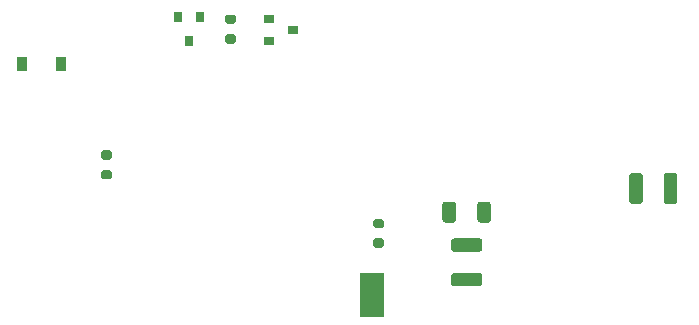
<source format=gbr>
G04 #@! TF.GenerationSoftware,KiCad,Pcbnew,(5.1.9)-1*
G04 #@! TF.CreationDate,2021-03-04T22:15:46+01:00*
G04 #@! TF.ProjectId,DgDrive_DVI,44674472-6976-4655-9f44-56492e6b6963,1.3.1*
G04 #@! TF.SameCoordinates,Original*
G04 #@! TF.FileFunction,Paste,Top*
G04 #@! TF.FilePolarity,Positive*
%FSLAX46Y46*%
G04 Gerber Fmt 4.6, Leading zero omitted, Abs format (unit mm)*
G04 Created by KiCad (PCBNEW (5.1.9)-1) date 2021-03-04 22:15:46*
%MOMM*%
%LPD*%
G01*
G04 APERTURE LIST*
%ADD10R,0.900000X0.800000*%
%ADD11R,0.800000X0.900000*%
%ADD12R,0.900000X1.200000*%
%ADD13R,2.000000X3.800000*%
G04 APERTURE END LIST*
G36*
G01*
X131924999Y-113150000D02*
X134075001Y-113150000D01*
G75*
G02*
X134325000Y-113399999I0J-249999D01*
G01*
X134325000Y-114025001D01*
G75*
G02*
X134075001Y-114275000I-249999J0D01*
G01*
X131924999Y-114275000D01*
G75*
G02*
X131675000Y-114025001I0J249999D01*
G01*
X131675000Y-113399999D01*
G75*
G02*
X131924999Y-113150000I249999J0D01*
G01*
G37*
G36*
G01*
X131924999Y-110225000D02*
X134075001Y-110225000D01*
G75*
G02*
X134325000Y-110474999I0J-249999D01*
G01*
X134325000Y-111100001D01*
G75*
G02*
X134075001Y-111350000I-249999J0D01*
G01*
X131924999Y-111350000D01*
G75*
G02*
X131675000Y-111100001I0J249999D01*
G01*
X131675000Y-110474999D01*
G75*
G02*
X131924999Y-110225000I249999J0D01*
G01*
G37*
D10*
X118300000Y-92600000D03*
X116300000Y-93550000D03*
X116300000Y-91650000D03*
D11*
X109500000Y-93500000D03*
X108550000Y-91500000D03*
X110450000Y-91500000D03*
G36*
G01*
X133900000Y-108650001D02*
X133900000Y-107349999D01*
G75*
G02*
X134149999Y-107100000I249999J0D01*
G01*
X134800001Y-107100000D01*
G75*
G02*
X135050000Y-107349999I0J-249999D01*
G01*
X135050000Y-108650001D01*
G75*
G02*
X134800001Y-108900000I-249999J0D01*
G01*
X134149999Y-108900000D01*
G75*
G02*
X133900000Y-108650001I0J249999D01*
G01*
G37*
G36*
G01*
X130950000Y-108650001D02*
X130950000Y-107349999D01*
G75*
G02*
X131199999Y-107100000I249999J0D01*
G01*
X131850001Y-107100000D01*
G75*
G02*
X132100000Y-107349999I0J-249999D01*
G01*
X132100000Y-108650001D01*
G75*
G02*
X131850001Y-108900000I-249999J0D01*
G01*
X131199999Y-108900000D01*
G75*
G02*
X130950000Y-108650001I0J249999D01*
G01*
G37*
D12*
X98650000Y-95500000D03*
X95350000Y-95500000D03*
G36*
G01*
X147900000Y-104924999D02*
X147900000Y-107075001D01*
G75*
G02*
X147650001Y-107325000I-249999J0D01*
G01*
X147024999Y-107325000D01*
G75*
G02*
X146775000Y-107075001I0J249999D01*
G01*
X146775000Y-104924999D01*
G75*
G02*
X147024999Y-104675000I249999J0D01*
G01*
X147650001Y-104675000D01*
G75*
G02*
X147900000Y-104924999I0J-249999D01*
G01*
G37*
G36*
G01*
X150825000Y-104924999D02*
X150825000Y-107075001D01*
G75*
G02*
X150575001Y-107325000I-249999J0D01*
G01*
X149949999Y-107325000D01*
G75*
G02*
X149700000Y-107075001I0J249999D01*
G01*
X149700000Y-104924999D01*
G75*
G02*
X149949999Y-104675000I249999J0D01*
G01*
X150575001Y-104675000D01*
G75*
G02*
X150825000Y-104924999I0J-249999D01*
G01*
G37*
G36*
G01*
X125275000Y-110225000D02*
X125825000Y-110225000D01*
G75*
G02*
X126025000Y-110425000I0J-200000D01*
G01*
X126025000Y-110825000D01*
G75*
G02*
X125825000Y-111025000I-200000J0D01*
G01*
X125275000Y-111025000D01*
G75*
G02*
X125075000Y-110825000I0J200000D01*
G01*
X125075000Y-110425000D01*
G75*
G02*
X125275000Y-110225000I200000J0D01*
G01*
G37*
G36*
G01*
X125275000Y-108575000D02*
X125825000Y-108575000D01*
G75*
G02*
X126025000Y-108775000I0J-200000D01*
G01*
X126025000Y-109175000D01*
G75*
G02*
X125825000Y-109375000I-200000J0D01*
G01*
X125275000Y-109375000D01*
G75*
G02*
X125075000Y-109175000I0J200000D01*
G01*
X125075000Y-108775000D01*
G75*
G02*
X125275000Y-108575000I200000J0D01*
G01*
G37*
G36*
G01*
X113275000Y-92075000D02*
X112725000Y-92075000D01*
G75*
G02*
X112525000Y-91875000I0J200000D01*
G01*
X112525000Y-91475000D01*
G75*
G02*
X112725000Y-91275000I200000J0D01*
G01*
X113275000Y-91275000D01*
G75*
G02*
X113475000Y-91475000I0J-200000D01*
G01*
X113475000Y-91875000D01*
G75*
G02*
X113275000Y-92075000I-200000J0D01*
G01*
G37*
G36*
G01*
X113275000Y-93725000D02*
X112725000Y-93725000D01*
G75*
G02*
X112525000Y-93525000I0J200000D01*
G01*
X112525000Y-93125000D01*
G75*
G02*
X112725000Y-92925000I200000J0D01*
G01*
X113275000Y-92925000D01*
G75*
G02*
X113475000Y-93125000I0J-200000D01*
G01*
X113475000Y-93525000D01*
G75*
G02*
X113275000Y-93725000I-200000J0D01*
G01*
G37*
D13*
X125000000Y-115000000D03*
G36*
G01*
X102775000Y-105225000D02*
X102225000Y-105225000D01*
G75*
G02*
X102025000Y-105025000I0J200000D01*
G01*
X102025000Y-104625000D01*
G75*
G02*
X102225000Y-104425000I200000J0D01*
G01*
X102775000Y-104425000D01*
G75*
G02*
X102975000Y-104625000I0J-200000D01*
G01*
X102975000Y-105025000D01*
G75*
G02*
X102775000Y-105225000I-200000J0D01*
G01*
G37*
G36*
G01*
X102775000Y-103575000D02*
X102225000Y-103575000D01*
G75*
G02*
X102025000Y-103375000I0J200000D01*
G01*
X102025000Y-102975000D01*
G75*
G02*
X102225000Y-102775000I200000J0D01*
G01*
X102775000Y-102775000D01*
G75*
G02*
X102975000Y-102975000I0J-200000D01*
G01*
X102975000Y-103375000D01*
G75*
G02*
X102775000Y-103575000I-200000J0D01*
G01*
G37*
M02*

</source>
